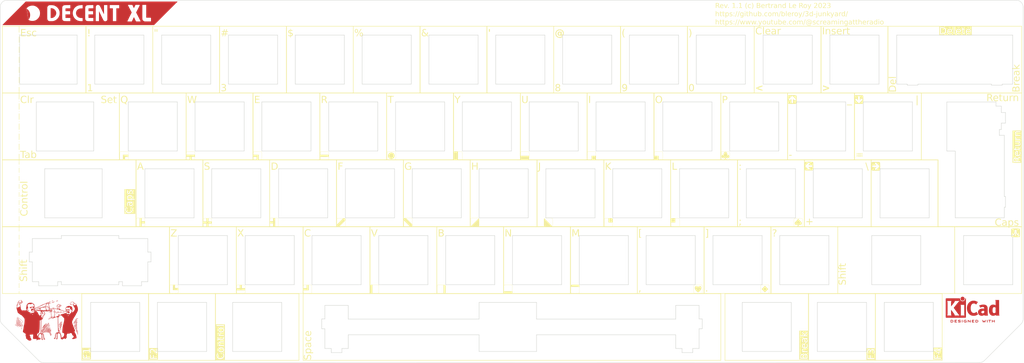
<source format=kicad_pcb>
(kicad_pcb (version 20221018) (generator pcbnew)
  (title_block (title "DecentXL plate") (date "2023-07-28") (rev "1.1") (company "Decent Consulting"))
  (layers (0 "F.Cu" signal) (31 "B.Cu" signal) (34 "B.Paste" user) (35 "F.Paste" user) (36 "B.SilkS" user "B.Silkscreen") (37 "F.SilkS" user "F.Silkscreen") (38 "B.Mask" user) (39 "F.Mask" user) (44 "Edge.Cuts" user))
  (net 0 "")
  (footprint "LOGO" (layer "F.Cu") (at 129.8944 84.6636)
    (fp_text reference "G***" hide)
    (fp_text value "LOGO" hide)
  )
  (footprint "DecentXL:MX-1-00U-Hole" (layer "F.Cu") (at 109.5375 95.4)
    (fp_text reference "SWX1" hide)
    (fp_text value "SW_Push_45deg" hide)
    (fp_line (start -7 -7) (end -7 7) (stroke (width 0.12)) (layer "Edge.Cuts"))
    (fp_line (start -7 -7) (end 7 -7) (stroke (width 0.12)) (layer "Edge.Cuts"))
    (fp_line (start -7 7) (end 7 7) (stroke (width 0.12)) (layer "Edge.Cuts"))
    (fp_line (start 7 -7) (end 7 7) (stroke (width 0.12)) (layer "Edge.Cuts"))
  )
  (footprint "DecentXL:MX-1-00U-Hole" (layer "F.Cu") (at 247.65 57.24)
    (fp_text reference "SWP1" hide)
    (fp_text value "SW_Push_45deg" hide)
    (fp_line (start -7 -7) (end -7 7) (stroke (width 0.12)) (layer "Edge.Cuts"))
    (fp_line (start -7 -7) (end 7 -7) (stroke (width 0.12)) (layer "Edge.Cuts"))
    (fp_line (start -7 7) (end 7 7) (stroke (width 0.12)) (layer "Edge.Cuts"))
    (fp_line (start 7 -7) (end 7 7) (stroke (width 0.12)) (layer "Edge.Cuts"))
  )
  (footprint "DecentXL:MX-1-00U-Hole" (layer "F.Cu") (at 84.534375 114.48)
    (fp_text reference "SWFn2" hide)
    (fp_text value "SW_Push_45deg" hide)
    (fp_line (start -7 -7) (end -7 7) (stroke (width 0.12)) (layer "Edge.Cuts"))
    (fp_line (start -7 -7) (end 7 -7) (stroke (width 0.12)) (layer "Edge.Cuts"))
    (fp_line (start -7 7) (end 7 7) (stroke (width 0.12)) (layer "Edge.Cuts"))
    (fp_line (start 7 -7) (end 7 7) (stroke (width 0.12)) (layer "Edge.Cuts"))
  )
  (footprint "LOGO" (layer "F.Cu") (at 225.1444 84.6636)
    (fp_text reference "G***" hide)
    (fp_text value "LOGO" hide)
  )
  (footprint "DecentXL:MX-1-00U-Hole" (layer "F.Cu") (at 257.175 38.16)
    (fp_text reference "SWLT1" hide)
    (fp_text value "SW_Push_45deg" hide)
    (fp_line (start -7 -7) (end -7 7) (stroke (width 0.12)) (layer "Edge.Cuts"))
    (fp_line (start -7 -7) (end 7 -7) (stroke (width 0.12)) (layer "Edge.Cuts"))
    (fp_line (start -7 7) (end 7 7) (stroke (width 0.12)) (layer "Edge.Cuts"))
    (fp_line (start 7 -7) (end 7 7) (stroke (width 0.12)) (layer "Edge.Cuts"))
  )
  (footprint "DecentXL:MX-1-00U-Hole" (layer "F.Cu") (at 252.4125 76.32)
    (fp_text reference "SWSemi1" hide)
    (fp_text value "SW_Push_45deg" hide)
    (fp_line (start -7 -7) (end -7 7) (stroke (width 0.12)) (layer "Edge.Cuts"))
    (fp_line (start -7 -7) (end 7 -7) (stroke (width 0.12)) (layer "Edge.Cuts"))
    (fp_line (start -7 7) (end 7 7) (stroke (width 0.12)) (layer "Edge.Cuts"))
    (fp_line (start 7 -7) (end 7 7) (stroke (width 0.12)) (layer "Edge.Cuts"))
  )
  (footprint "DecentXL:MX-1-00U-Hole" (layer "F.Cu") (at 176.2125 76.32)
    (fp_text reference "SWH1" hide)
    (fp_text value "SW_Push_45deg" hide)
    (fp_line (start -7 -7) (end -7 7) (stroke (width 0.12)) (layer "Edge.Cuts"))
    (fp_line (start -7 -7) (end 7 -7) (stroke (width 0.12)) (layer "Edge.Cuts"))
    (fp_line (start -7 7) (end 7 7) (stroke (width 0.12)) (layer "Edge.Cuts"))
    (fp_line (start 7 -7) (end 7 7) (stroke (width 0.12)) (layer "Edge.Cuts"))
  )
  (footprint "DecentXL:MX-1-00U-Hole" (layer "F.Cu") (at 128.5875 95.4)
    (fp_text reference "SWC1" hide)
    (fp_text value "SW_Push_45deg" hide)
    (fp_line (start -7 -7) (end -7 7) (stroke (width 0.12)) (layer "Edge.Cuts"))
    (fp_line (start -7 -7) (end 7 -7) (stroke (width 0.12)) (layer "Edge.Cuts"))
    (fp_line (start -7 7) (end 7 7) (stroke (width 0.12)) (layer "Edge.Cuts"))
    (fp_line (start 7 -7) (end 7 7) (stroke (width 0.12)) (layer "Edge.Cuts"))
  )
  (footprint "DecentXL:MX-1-00U-Hole" (layer "F.Cu") (at 90.4875 95.4)
    (fp_text reference "SWZ1" hide)
    (fp_text value "SW_Push_45deg" hide)
    (fp_line (start -7 -7) (end -7 7) (stroke (width 0.12)) (layer "Edge.Cuts"))
    (fp_line (start -7 -7) (end 7 -7) (stroke (width 0.12)) (layer "Edge.Cuts"))
    (fp_line (start -7 7) (end 7 7) (stroke (width 0.12)) (layer "Edge.Cuts"))
    (fp_line (start 7 -7) (end 7 7) (stroke (width 0.12)) (layer "Edge.Cuts"))
  )
  (footprint "DecentXL:MX-1-00U-Hole" (layer "F.Cu") (at 261.9375 95.4)
    (fp_text reference "SWSlash1" hide)
    (fp_text value "SW_Push_45deg" hide)
    (fp_line (start -7 -7) (end -7 7) (stroke (width 0.12)) (layer "Edge.Cuts"))
    (fp_line (start -7 -7) (end 7 -7) (stroke (width 0.12)) (layer "Edge.Cuts"))
    (fp_line (start -7 7) (end 7 7) (stroke (width 0.12)) (layer "Edge.Cuts"))
    (fp_line (start 7 -7) (end 7 7) (stroke (width 0.12)) (layer "Edge.Cuts"))
  )
  (footprint "LOGO" (layer "F.Cu") (at 86.9944 65.6136)
    (fp_text reference "G***" hide)
    (fp_text value "LOGO" hide)
  )
  (footprint "DecentXL:MX-1-00U-Hole" (layer "F.Cu") (at 195.2625 76.32)
    (fp_text reference "SWJ1" hide)
    (fp_text value "SW_Push_45deg" hide)
    (fp_line (start -7 -7) (end -7 7) (stroke (width 0.12)) (layer "Edge.Cuts"))
    (fp_line (start -7 -7) (end 7 -7) (stroke (width 0.12)) (layer "Edge.Cuts"))
    (fp_line (start -7 7) (end 7 7) (stroke (width 0.12)) (layer "Edge.Cuts"))
    (fp_line (start 7 -7) (end 7 7) (stroke (width 0.12)) (layer "Edge.Cuts"))
  )
  (footprint "DecentXL:MX-1-00U-Hole" (layer "F.Cu") (at 314.325 95.4)
    (fp_text reference "SWInv1" hide)
    (fp_text value "SW_Push_45deg" hide)
    (fp_line (start -7 -7) (end -7 7) (stroke (width 0.12)) (layer "Edge.Cuts"))
    (fp_line (start -7 -7) (end 7 -7) (stroke (width 0.12)) (layer "Edge.Cuts"))
    (fp_line (start -7 7) (end 7 7) (stroke (width 0.12)) (layer "Edge.Cuts"))
    (fp_line (start 7 -7) (end 7 7) (stroke (width 0.12)) (layer "Edge.Cuts"))
  )
  (footprint "DecentXL:MX-1-00U-Hole" (layer "F.Cu") (at 266.7 57.24)
    (fp_text reference "SWDash1" hide)
    (fp_text value "SW_Push_45deg" hide)
    (fp_line (start -7 -7) (end -7 7) (stroke (width 0.12)) (layer "Edge.Cuts"))
    (fp_line (start -7 -7) (end 7 -7) (stroke (width 0.12)) (layer "Edge.Cuts"))
    (fp_line (start -7 7) (end 7 7) (stroke (width 0.12)) (layer "Edge.Cuts"))
    (fp_line (start 7 -7) (end 7 7) (stroke (width 0.12)) (layer "Edge.Cuts"))
  )
  (footprint "DecentXL:MX-ISO-RETURN-Option-Hole" (layer "F.Cu") (at 311.94375 66.78)
    (fp_text reference "SWRet1" hide)
    (fp_text value "SWITCH" hide)
    (fp_line (start -9.3813 -16.525) (end 4.6187 -16.525) (stroke (width 0.12)) (layer "Edge.Cuts"))
    (fp_line (start -9.3813 -2.525) (end -9.3813 -16.525) (stroke (width 0.12)) (layer "Edge.Cuts"))
    (fp_line (start -7 -2.525) (end -9.3813 -2.525) (stroke (width 0.12)) (layer "Edge.Cuts"))
    (fp_line (start -7 16.525) (end -7 -2.525) (stroke (width 0.12)) (layer "Edge.Cuts"))
    (fp_line (start 4.6187 -16.525) (end 4.6187 -15.33) (stroke (width 0.12)) (layer "Edge.Cuts"))
    (fp_line (start 4.6187 -15.33) (end 6.1468 -15.33) (stroke (width 0.12)) (layer "Edge.Cuts"))
    (fp_line (start 5.588 -8.67) (end 5.588 -7) (stroke (width 0.12)) (layer "Edge.Cuts"))
    (fp_line (start 6.1468 -13.524) (end 6.1468 -15.33) (stroke (width 0.12)) (layer "Edge.Cuts"))
    (fp_line (start 6.1468 -13.524) (end 7.3152 -13.524) (stroke (width 0.12)) (layer "Edge.Cuts"))
    (fp_line (start 6.1468 -10.476) (end 7.3152 -10.476) (stroke (width 0.12)) (layer "Edge.Cuts"))
    (fp_line (start 6.1468 -8.67) (end 5.588 -8.67) (stroke (width 0.12)) (layer "Edge.Cuts"))
    (fp_line (start 6.1468 -8.67) (end 6.1468 -10.476) (stroke (width 0.12)) (layer "Edge.Cuts"))
    (fp_line (start 7 -7) (end 5.588 -7) (stroke (width 0.12)) (layer "Edge.Cuts"))
    (fp_line (start 7 10.476) (end 7 -7) (stroke (width 0.12)) (layer "Edge.Cuts"))
    (fp_line (start 7 10.476) (end 7.3152 10.476) (stroke (width 0.12)) (layer "Edge.Cuts"))
    (fp_line (start 7 13.524) (end 7 16.525) (stroke (width 0.12)) (layer "Edge.Cuts"))
    (fp_line (start 7 13.524) (end 7.3152 13.524) (stroke (width 0.12)) (layer "Edge.Cuts"))
    (fp_line (start 7 16.525) (end -7 16.525) (stroke (width 0.12)) (layer "Edge.Cuts"))
    (fp_line (start 7.3152 -10.476) (end 7.3152 -13.524) (stroke (width 0.12)) (layer "Edge.Cuts"))
    (fp_line (start 7.3152 10.476) (end 7.3152 13.524) (stroke (width 0.12)) (layer "Edge.Cuts"))
  )
  (footprint "Symbol:KiCad-Logo2_6mm_Copper" (layer "F.Cu") (at 309.8971 108.830634)
    (fp_text reference "REF**" hide)
    (fp_text value "KiCad-Logo2_6mm_Copper" hide)
  )
  (footprint "LOGO" (layer "F.Cu") (at 282.2944 68.6136 90)
    (fp_text reference "G***" hide)
    (fp_text value "LOGO" hide)
  )
  (footprint "DecentXL:MX-1-75U-Hole" (layer "F.Cu") (at 288.13125 95.4)
    (fp_text reference "SWRightSft1" hide)
    (fp_text value "SW_Push_45deg" hide)
    (fp_line (start -7 -7) (end -7 7) (stroke (width 0.12)) (layer "Edge.Cuts"))
    (fp_line (start -7 -7) (end 7 -7) (stroke (width 0.12)) (layer "Edge.Cuts"))
    (fp_line (start -7 7) (end 7 7) (stroke (width 0.12)) (layer "Edge.Cuts"))
    (fp_line (start 7 -7) (end 7 7) (stroke (width 0.12)) (layer "Edge.Cuts"))
  )
  (footprint "DecentXL:MX-1-00U-Hole" (layer "F.Cu") (at 100.0125 76.32)
    (fp_text reference "SWS1" hide)
    (fp_text value "SW_Push_45deg" hide)
    (fp_line (start -7 -7) (end -7 7) (stroke (width 0.12)) (layer "Edge.Cuts"))
    (fp_line (start -7 -7) (end 7 -7) (stroke (width 0.12)) (layer "Edge.Cuts"))
    (fp_line (start -7 7) (end 7 7) (stroke (width 0.12)) (layer "Edge.Cuts"))
    (fp_line (start 7 -7) (end 7 7) (stroke (width 0.12)) (layer "Edge.Cuts"))
  )
  (footprint "LOGO" (layer "F.Cu") (at 182.2444 65.6136)
    (fp_text reference "G***" hide)
    (fp_text value "LOGO" hide)
  )
  (footprint "LOGO" (layer "F.Cu") (at 139.4444 103.6636)
    (fp_text reference "G***" hide)
    (fp_text value "LOGO" hide)
  )
  (footprint "DecentXL:MX-1-50U-Hole" (layer "F.Cu") (at 52.3875 57.24)
    (fp_text reference "SWTab1" hide)
    (fp_text value "SW_Push_45deg" hide)
    (fp_line (start -9.38125 -7) (end -9.38125 7) (stroke (width 0.12)) (layer "Edge.Cuts"))
    (fp_line (start -9.38125 -7) (end 7 -7) (stroke (width 0.12)) (layer "Edge.Cuts"))
    (fp_line (start -9.38125 7) (end 7 7) (stroke (width 0.12)) (layer "Edge.Cuts"))
    (fp_line (start 7 -7) (end 7 7) (stroke (width 0.12)) (layer "Edge.Cuts"))
  )
  (footprint "DecentXL:MX-1-00U-Hole" (layer "F.Cu") (at 104.775 38.16)
    (fp_text reference "SW3" hide)
    (fp_text value "SW_Push_45deg" hide)
    (fp_line (start -7 -7) (end -7 7) (stroke (width 0.12)) (layer "Edge.Cuts"))
    (fp_line (start -7 -7) (end 7 -7) (stroke (width 0.12)) (layer "Edge.Cuts"))
    (fp_line (start -7 7) (end 7 7) (stroke (width 0.12)) (layer "Edge.Cuts"))
    (fp_line (start 7 -7) (end 7 7) (stroke (width 0.12)) (layer "Edge.Cuts"))
  )
  (footprint "DecentXL:MX-1-00U-Hole" (layer "F.Cu") (at 138.1125 76.32)
    (fp_text reference "SWF1" hide)
    (fp_text value "SW_Push_45deg" hide)
    (fp_line (start -7 -7) (end -7 7) (stroke (width 0.12)) (layer "Edge.Cuts"))
    (fp_line (start -7 -7) (end 7 -7) (stroke (width 0.12)) (layer "Edge.Cuts"))
    (fp_line (start -7 7) (end 7 7) (stroke (width 0.12)) (layer "Edge.Cuts"))
    (fp_line (start 7 -7) (end 7 7) (stroke (width 0.12)) (layer "Edge.Cuts"))
  )
  (footprint "LOGO" (layer "F.Cu") (at 258.4944 49.5636 180)
    (fp_text reference "G***" hide)
    (fp_text value "LOGO" hide)
  )
  (footprint "LOGO" (layer "F.Cu") (at 125.1444 65.6136)
    (fp_text reference "G***" hide)
    (fp_text value "LOGO" hide)
  )
  (footprint "LOGO" (layer "F.Cu") (at 67.9944 65.6136)
    (fp_text reference "G***" hide)
    (fp_text value "LOGO" hide)
  )
  (footprint "DecentXL:MX-1-00U-Hole" (layer "F.Cu") (at 171.45 57.24)
    (fp_text reference "SWY1" hide)
    (fp_text value "SW_Push_45deg" hide)
    (fp_line (start -7 -7) (end -7 7) (stroke (width 0.12)) (layer "Edge.Cuts"))
    (fp_line (start -7 -7) (end 7 -7) (stroke (width 0.12)) (layer "Edge.Cuts"))
    (fp_line (start -7 7) (end 7 7) (stroke (width 0.12)) (layer "Edge.Cuts"))
    (fp_line (start 7 -7) (end 7 7) (stroke (width 0.12)) (layer "Edge.Cuts"))
  )
  (footprint "LOGO" (layer "F.Cu") (at 239.4444 65.6136)
    (fp_text reference "G***" hide)
    (fp_text value "LOGO" hide)
  )
  (footprint "DecentXL:MX-1-00U-Hole" (layer "F.Cu") (at 133.35 57.24)
    (fp_text reference "SWR1" hide)
    (fp_text value "SW_Push_45deg" hide)
    (fp_line (start -7 -7) (end -7 7) (stroke (width 0.12)) (layer "Edge.Cuts"))
    (fp_line (start -7 -7) (end 7 -7) (stroke (width 0.12)) (layer "Edge.Cuts"))
    (fp_line (start -7 7) (end 7 7) (stroke (width 0.12)) (layer "Edge.Cuts"))
    (fp_line (start 7 -7) (end 7 7) (stroke (width 0.12)) (layer "Edge.Cuts"))
  )
  (footprint "DecentXL:MX-1-25U-Hole" (layer "F.Cu") (at 105.965625 114.48)
    (fp_text reference "SWCtl1" hide)
    (fp_text value "SW_Push_45deg" hide)
    (fp_line (start -7 -7) (end -7 7) (stroke (width 0.12)) (layer "Edge.Cuts"))
    (fp_line (start -7 -7) (end 7 -7) (stroke (width 0.12)) (layer "Edge.Cuts"))
    (fp_line (start -7 7) (end 7 7) (stroke (width 0.12)) (layer "Edge.Cuts"))
    (fp_line (start 7 -7) (end 7 7) (stroke (width 0.12)) (layer "Edge.Cuts"))
  )
  (footprint "LOGO" (layer "F.Cu") (at 260.1944 84.6636)
    (fp_text reference "G***" hide)
    (fp_text value "LOGO" hide)
  )
  (footprint "LOGO" (layer "F.Cu") (at 250.6944 103.6636)
    (fp_text reference "G***" hide)
    (fp_text value "LOGO" hide)
  )
  (footprint "LOGO" (layer "F.Cu") (at 206.0944 84.6636)
    (fp_text reference "G***" hide)
    (fp_text value "LOGO" hide)
  )
  (footprint "LOGO" (layer "F.Cu") (at 163.1944 65.6136)
    (fp_text reference "G***" hide)
    (fp_text value "LOGO" hide)
  )
  (footprint "DecentXL:MX-1-00U-Hole" (layer "F.Cu") (at 119.0625 76.32)
    (fp_text reference "SWD1" hide)
    (fp_text value "SW_Push_45deg" hide)
    (fp_line (start -7 -7) (end -7 7) (stroke (width 0.12)) (layer "Edge.Cuts"))
    (fp_line (start -7 -7) (end 7 -7) (stroke (width 0.12)) (layer "Edge.Cuts"))
    (fp_line (start -7 7) (end 7 7) (stroke (width 0.12)) (layer "Edge.Cuts"))
    (fp_line (start 7 -7) (end 7 7) (stroke (width 0.12)) (layer "Edge.Cuts"))
  )
  (footprint "DecentXL:MX-1-00U-Hole" (layer "F.Cu") (at 95.25 57.24)
    (fp_text reference "SWW1" hide)
    (fp_text value "SW_Push_45deg" hide)
    (fp_line (start -7 -7) (end -7 7) (stroke (width 0.12)) (layer "Edge.Cuts"))
    (fp_line (start -7 -7) (end 7 -7) (stroke (width 0.12)) (layer "Edge.Cuts"))
    (fp_line (start -7 7) (end 7 7) (stroke (width 0.12)) (layer "Edge.Cuts"))
    (fp_line (start 7 -7) (end 7 7) (stroke (width 0.12)) (layer "Edge.Cuts"))
  )
  (footprint "LOGO" (layer "F.Cu") (at 188.9444 84.6136)
    (fp_text reference "G***" hide)
    (fp_text value "LOGO" hide)
  )
  (footprint "LOGO" (layer "F.Cu") (at 177.4944 103.6636)
    (fp_text reference "G***" hide)
    (fp_text value "LOGO" hide)
  )
  (footprint "LOGO" (layer "F.Cu") (at 220.3944 65.6136)
    (fp_text reference "G***" hide)
    (fp_text value "LOGO" hide)
  )
  (footprint "LOGO" (layer "F.Cu") (at 158.4444 103.7136)
    (fp_text reference "G***" hide)
    (fp_text value "LOGO" hide)
  )
  (footprint "DecentXL:MX-1-00U-Hole" (layer "F.Cu") (at 190.5 57.24)
    (fp_text reference "SWU1" hide)
    (fp_text value "SW_Push_45deg" hide)
    (fp_line (start -7 -7) (end -7 7) (stroke (width 0.12)) (layer "Edge.Cuts"))
    (fp_line (start -7 -7) (end 7 -7) (stroke (width 0.12)) (layer "Edge.Cuts"))
    (fp_line (start -7 7) (end 7 7) (stroke (width 0.12)) (layer "Edge.Cuts"))
    (fp_line (start 7 -7) (end 7 7) (stroke (width 0.12)) (layer "Edge.Cuts"))
  )
  (footprint "DecentXL:MX-1-00U-Hole" (layer "F.Cu") (at 161.925 38.16)
    (fp_text reference "SW6" hide)
    (fp_text value "SW_Push_45deg" hide)
    (fp_line (start -7 -7) (end -7 7) (stroke (width 0.12)) (layer "Edge.Cuts"))
    (fp_line (start -7 -7) (end 7 -7) (stroke (width 0.12)) (layer "Edge.Cuts"))
    (fp_line (start -7 7) (end 7 7) (stroke (width 0.12)) (layer "Edge.Cuts"))
    (fp_line (start 7 -7) (end 7 7) (stroke (width 0.12)) (layer "Edge.Cuts"))
  )
  (footprint "DecentXL:MX-1-00U-Hole" (layer "F.Cu") (at 228.6 57.24)
    (fp_text reference "SWO1" hide)
    (fp_text value "SW_Push_45deg" hide)
    (fp_line (start -7 -7) (end -7 7) (stroke (width 0.12)) (layer "Edge.Cuts"))
    (fp_line (start -7 -7) (end 7 -7) (stroke (width 0.12)) (layer "Edge.Cuts"))
    (fp_line (start -7 7) (end 7 7) (stroke (width 0.12)) (layer "Edge.Cuts"))
    (fp_line (start 7 -7) (end 7 7) (stroke (width 0.12)) (layer "Edge.Cuts"))
  )
  (footprint "LOGO" (layer "F.Cu") (at 196.5944 103.6636)
    (fp_text reference "G***" hide)
    (fp_text value "LOGO" hide)
  )
  (footprint "DecentXL:MX-1-00U-Hole" (layer "F.Cu") (at 47.625 38.16)
    (fp_text reference "SWEsc1" hide)
    (fp_text value "SW_Push_45deg" hide)
    (fp_line (start -9.38125 -7) (end -9.38125 7) (stroke (width 0.12)) (layer "Edge.Cuts"))
    (fp_line (start -9.38125 -7) (end 7 -7) (stroke (width 0.12)) (layer "Edge.Cuts"))
    (fp_line (start -9.38125 7) (end 7 7) (stroke (width 0.12)) (layer "Edge.Cuts"))
    (fp_line (start 7 -7) (end 7 7) (stroke (width 0.12)) (layer "Edge.Cuts"))
  )
  (footprint "DecentXL:MX-1-00U-Hole" (layer "F.Cu") (at 271.4625 76.32)
    (fp_text reference "SWPlus1" hide)
    (fp_text value "SW_Push_45deg" hide)
    (fp_line (start -7 -7) (end -7 7) (stroke (width 0.12)) (layer "Edge.Cuts"))
    (fp_line (start -7 -7) (end 7 -7) (stroke (width 0.12)) (layer "Edge.Cuts"))
    (fp_line (start -7 7) (end 7 7) (stroke (width 0.12)) (layer "Edge.Cuts"))
    (fp_line (start 7 -7) (end 7 7) (stroke (width 0.12)) (layer "Edge.Cuts"))
  )
  (footprint "DecentXL:MX-1-00U-Hole" (layer "F.Cu") (at 200.025 38.16)
    (fp_text reference "SW8" hide)
    (fp_text value "SW_Push_45deg" hide)
    (fp_line (start -7 -7) (end -7 7) (stroke (width 0.12)) (layer "Edge.Cuts"))
    (fp_line (start -7 -7) (end 7 -7) (stroke (width 0.12)) (layer "Edge.Cuts"))
    (fp_line (start -7 7) (end 7 7) (stroke (width 0.12)) (layer "Edge.Cuts"))
    (fp_line (start 7 -7) (end 7 7) (stroke (width 0.12)) (layer "Edge.Cuts"))
  )
  (footprint "DecentXL:MX-1-00U-Hole" (layer "F.Cu") (at 180.975 38.16)
    (fp_text reference "SW7" hide)
    (fp_text value "SW_Push_45deg" hide)
    (fp_line (start -7 -7) (end -7 7) (stroke (width 0.12)) (layer "Edge.Cuts"))
    (fp_line (start -7 -7) (end 7 -7) (stroke (width 0.12)) (layer "Edge.Cuts"))
    (fp_line (start -7 7) (end 7 7) (stroke (width 0.12)) (layer "Edge.Cuts"))
    (fp_line (start 7 -7) (end 7 7) (stroke (width 0.12)) (layer "Edge.Cuts"))
  )
  (footprint "DecentXL:MX-1-00U-Hole" (layer "F.Cu") (at 76.2 57.24)
    (fp_text reference "SWQ1" hide)
    (fp_text value "SW_Push_45deg" hide)
    (fp_line (start -7 -7) (end -7 7) (stroke (width 0.12)) (layer "Edge.Cuts"))
    (fp_line (start -7 -7) (end 7 -7) (stroke (width 0.12)) (layer "Edge.Cuts"))
    (fp_line (start -7 7) (end 7 7) (stroke (width 0.12)) (layer "Edge.Cuts"))
    (fp_line (start 7 -7) (end 7 7) (stroke (width 0.12)) (layer "Edge.Cuts"))
  )
  (footprint "DecentXL:MX-1-75U-Hole" (layer "F.Cu") (at 54.76875 76.32)
    (fp_text reference "SWCtlCaps1" hide)
    (fp_text value "SW_Push_45deg" hide)
    (fp_line (start -9.38125 -7) (end -9.38125 7) (stroke (width 0.12)) (layer "Edge.Cuts"))
    (fp_line (start -9.38125 -7) (end 7 -7) (stroke (width 0.12)) (layer "Edge.Cuts"))
    (fp_line (start -9.38125 7) (end 7 7) (stroke (width 0.12)) (layer "Edge.Cuts"))
    (fp_line (start 7 -7) (end 7 7) (stroke (width 0.12)) (layer "Edge.Cuts"))
  )
  (footprint "LOGO" (layer "F.Cu") (at 101.2944 103.7136)
    (fp_text reference "G***" hide)
    (fp_text value "LOGO" hide)
  )
  (footprint "DecentXL:MX-2-25U-Hole" (layer "F.Cu") (at 59.53125 95.4)
    (fp_text reference "SWLeftSft1" hide)
    (fp_text value "SW_Push_45deg" hide)
    (fp_line (start -18.53565 -2.286) (end -18.53565 0.508) (stroke (width 0.12)) (layer "Edge.Cuts"))
    (fp_line (start -17.64925 -6.1468) (end -17.64925 -2.286) (stroke (width 0.12)) (layer "Edge.Cuts"))
    (fp_line (start -17.64925 -2.286) (end -18.53565 -2.286) (stroke (width 0.12)) (layer "Edge.Cuts"))
    (fp_line (start -17.64925 0.508) (end -18.53565 0.508) (stroke (width 0.12)) (layer "Edge.Cuts"))
    (fp_line (start -17.64925 0.508) (end -17.64925 6.1468) (stroke (width 0.12)) (layer "Edge.Cuts"))
    (fp_line (start -15.84325 6.1468) (end -17.64925 6.1468) (stroke (width 0.12)) (layer "Edge.Cuts"))
    (fp_line (start -15.84325 6.1468) (end -15.84325 7.3152) (stroke (width 0.12)) (layer "Edge.Cuts"))
    (fp_line (start -10.414 6.1468) (end -10.414 7.3152) (stroke (width 0.12)) (layer "Edge.Cuts"))
    (fp_line (start -10.414 7.3152) (end -15.84325 7.3152) (stroke (width 0.12)) (layer "Edge.Cuts"))
    (fp_line (start -9.38125 -7) (end -9.38125 -6.1468) (stroke (width 0.12)) (layer "Edge.Cuts"))
    (fp_line (start -9.38125 -7) (end 7 -7) (stroke (width 0.12)) (layer "Edge.Cuts"))
    (fp_line (start -9.38125 -6.1468) (end -17.64925 -6.1468) (stroke (width 0.12)) (layer "Edge.Cuts"))
    (fp_line (start -9.38125 6.1468) (end -10.414 6.1468) (stroke (width 0.12)) (layer "Edge.Cuts"))
    (fp_line (start -9.38125 7) (end -9.38125 6.1468) (stroke (width 0.12)) (layer "Edge.Cuts"))
    (fp_line (start -9.38125 7) (end 7 7) (stroke (width 0.12)) (layer "Edge.Cuts"))
    (fp_line (start 7 -7) (end 7 -6.1468) (stroke (width 0.12)) (layer "Edge.Cuts"))
    (fp_line (start 7 -6.1468) (end 15.268 -6.1468) (stroke (width 0.12)) (layer "Edge.Cuts"))
    (fp_line (start 7 6.1468) (end 8.03275 6.1468) (stroke (width 0.12)) (layer "Edge.Cuts"))
    (fp_line (start 7 7) (end 7 6.1468) (stroke (width 0.12)) (layer "Edge.Cuts"))
    (fp_line (start 8.03275 6.1468) (end 8.03275 7.3152) (stroke (width 0.12)) (layer "Edge.Cuts"))
    (fp_line (start 8.03275 7.3152) (end 13.462 7.3152) (stroke (width 0.12)) (layer "Edge.Cuts"))
    (fp_line (start 13.462 6.1468) (end 13.462 7.3152) (stroke (width 0.12)) (layer "Edge.Cuts"))
    (fp_line (start 13.462 6.1468) (end 15.268 6.1468) (stroke (width 0.12)) (layer "Edge.Cuts"))
    (fp_line (start 15.268 -6.1468) (end 15.268 -2.286) (stroke (width 0.12)) (layer "Edge.Cuts"))
    (fp_line (start 15.268 -2.286) (end 16.1544 -2.286) (stroke (width 0.12)) (layer "Edge.Cuts"))
    (fp_line (start 15.268 0.508) (end 15.268 6.1468) (stroke (width 0.12)) (layer "Edge.Cuts"))
    (fp_line (start 15.268 0.508) (end 16.1544 0.508) (stroke (width 0.12)) (layer "Edge.Cuts"))
    (fp_line (start 16.1544 -2.286) (end 16.1544 0.508) (stroke (width 0.12)) (layer "Edge.Cuts"))
  )
  (footprint "LOGO" (layer "F.Cu") (at 72.7444 84.6136)
    (fp_text reference "G***" hide)
    (fp_text value "LOGO" hide)
  )
  (footprint "DecentXL:MX-1-00U-Hole" (layer "F.Cu") (at 65.484375 114.48)
    (fp_text reference "SWFn1" hide)
    (fp_text value "SW_Push_45deg" hide)
    (fp_line (start -7 -7) (end -7 7) (stroke (width 0.12)) (layer "Edge.Cuts"))
    (fp_line (start -7 -7) (end 7 -7) (stroke (width 0.12)) (layer "Edge.Cuts"))
    (fp_line (start -7 7) (end 7 7) (stroke (width 0.12)) (layer "Edge.Cuts"))
    (fp_line (start 7 -7) (end 7 7) (stroke (width 0.12)) (layer "Edge.Cuts"))
  )
  (footprint "DecentXL:MX-1-00U-Hole" (layer "F.Cu") (at 291.703125 114.48)
    (fp_text reference "SWFn4" hide)
    (fp_text value "SW_Push_45deg" hide)
    (fp_line (start -7 -7) (end -7 7) (stroke (width 0.12)) (layer "Edge.Cuts"))
    (fp_line (start -7 -7) (end 7 -7) (stroke (width 0.12)) (layer "Edge.Cuts"))
    (fp_line (start -7 7) (end 7 7) (stroke (width 0.12)) (layer "Edge.Cuts"))
    (fp_line (start 7 -7) (end 7 7) (stroke (width 0.12)) (layer "Edge.Cuts"))
  )
  (footprint "DecentXL:MX-1-00U-Hole" (layer "F.Cu") (at 219.075 38.16)
    (fp_text reference "SW9" hide)
    (fp_text value "SW_Push_45deg" hide)
    (fp_line (start -7 -7) (end -7 7) (stroke (width 0.12)) (layer "Edge.Cuts"))
    (fp_line (start -7 -7) (end 7 -7) (stroke (width 0.12)) (layer "Edge.Cuts"))
    (fp_line (start -7 7) (end 7 7) (stroke (width 0.12)) (layer "Edge.Cuts"))
    (fp_line (start 7 -7) (end 7 7) (stroke (width 0.12)) (layer "Edge.Cuts"))
  )
  (footprint "DecentXL:MX-1-00U-Hole" (layer "F.Cu") (at 185.7375 95.4)
    (fp_text reference "SWN1" hide)
    (fp_text value "SW_Push_45deg" hide)
    (fp_line (start -7 -7) (end -7 7) (stroke (width 0.12)) (layer "Edge.Cuts"))
    (fp_line (start -7 -7) (end 7 -7) (stroke (width 0.12)) (layer "Edge.Cuts"))
    (fp_line (start -7 7) (end 7 7) (stroke (width 0.12)) (layer "Edge.Cuts"))
    (fp_line (start 7 -7) (end 7 7) (stroke (width 0.12)) (layer "Edge.Cuts"))
  )
  (footprint "LOGO" (layer "F.Cu") (at 201.2944 65.6136)
    (fp_text reference "G***" hide)
    (fp_text value "LOGO" hide)
  )
  (footprint "LOGO" (layer "F.Cu") (at 277.4944 49.5636)
    (fp_text reference "G***" hide)
    (fp_text value "LOGO" hide)
  )
  (footprint "LOGO" (layer "F.Cu") (at 58.304586 24.925786)
    (fp_text reference "G***" hide)
    (fp_text value "LOGO" hide)
  )
  (footprint "LOGO" (layer "F.Cu") (at 82.2444 103.6636)
    (fp_text reference "G***" hide)
    (fp_text value "LOGO" hide)
  )
  (footprint "DecentXL:MX-1-00U-Hole" (layer "F.Cu") (at 157.1625 76.32)
    (fp_text reference "SWG1" hide)
    (fp_text value "SW_Push_45deg" hide)
    (fp_line (start -7 -7) (end -7 7) (stroke (width 0.12)) (layer "Edge.Cuts"))
    (fp_line (start -7 -7) (end 7 -7) (stroke (width 0.12)) (layer "Edge.Cuts"))
    (fp_line (start -7 7) (end 7 7) (stroke (width 0.12)) (layer "Edge.Cuts"))
    (fp_line (start 7 -7) (end 7 7) (stroke (width 0.12)) (layer "Edge.Cuts"))
  )
  (footprint "DecentXL:MX-1-00U-Hole" (layer "F.Cu") (at 290.5125 76.32)
    (fp_text reference "SWStar1" hide)
    (fp_text value "SW_Push_45deg" hide)
    (fp_line (start -7 -7) (end -7 7) (stroke (width 0.12)) (layer "Edge.Cuts"))
    (fp_line (start -7 -7) (end 7 -7) (stroke (width 0.12)) (layer "Edge.Cuts"))
    (fp_line (start -7 7) (end 7 7) (stroke (width 0.12)) (layer "Edge.Cuts"))
    (fp_line (start 7 -7) (end 7 7) (stroke (width 0.12)) (layer "Edge.Cuts"))
  )
  (footprint "LOGO" (layer "F.Cu") (at 148.9444 84.6136)
    (fp_text reference "G***" hide)
    (fp_text value "LOGO" hide)
  )
  (footprint "DecentXL:MX-1-00U-Hole" (layer "F.Cu") (at 80.9625 76.32)
    (fp_text reference "SWA1" hide)
    (fp_text value "SW_Push_45deg" hide)
    (fp_line (start -7 -7) (end -7 7) (stroke (width 0.12)) (layer "Edge.Cuts"))
    (fp_line (start -7 -7) (end 7 -7) (stroke (width 0.12)) (layer "Edge.Cuts"))
    (fp_line (start -7 7) (end 7 7) (stroke (width 0.12)) (layer "Edge.Cuts"))
    (fp_line (start 7 -7) (end 7 7) (stroke (width 0.12)) (layer "Edge.Cuts"))
  )
  (footprint "DecentXL:MX-1-00U-Hole" (layer "F.Cu") (at 214.3125 76.32)
    (fp_text reference "SWK1" hide)
    (fp_text value "SW_Push_45deg" hide)
    (fp_line (start -7 -7) (end -7 7) (stroke (width 0.12)) (layer "Edge.Cuts"))
    (fp_line (start -7 -7) (end 7 -7) (stroke (width 0.12)) (layer "Edge.Cuts"))
    (fp_line (start -7 7) (end 7 7) (stroke (width 0.12)) (layer "Edge.Cuts"))
    (fp_line (start 7 -7) (end 7 7) (stroke (width 0.12)) (layer "Edge.Cuts"))
  )
  (footprint "DecentXL:MX-1-00U-Hole" (layer "F.Cu") (at 233.3625 76.32)
    (fp_text reference "SWL1" hide)
    (fp_text value "SW_Push_45deg" hide)
    (fp_line (start -7 -7) (end -7 7) (stroke (width 0.12)) (layer "Edge.Cuts"))
    (fp_line (start -7 -7) (end 7 -7) (stroke (width 0.12)) (layer "Edge.Cuts"))
    (fp_line (start -7 7) (end 7 7) (stroke (width 0.12)) (layer "Edge.Cuts"))
    (fp_line (start 7 -7) (end 7 7) (stroke (width 0.12)) (layer "Edge.Cuts"))
  )
  (footprint "DecentXL:MX-1-00U-Hole" (layer "F.Cu") (at 147.6375 95.4)
    (fp_text reference "SWV1" hide)
    (fp_text value "SW_Push_45deg" hide)
    (fp_line (start -7 -7) (end -7 7) (stroke (width 0.12)) (layer "Edge.Cuts"))
    (fp_line (start -7 -7) (end 7 -7) (stroke (width 0.12)) (layer "Edge.Cuts"))
    (fp_line (start -7 7) (end 7 7) (stroke (width 0.12)) (layer "Edge.Cuts"))
    (fp_line (start 7 -7) (end 7 7) (stroke (width 0.12)) (layer "Edge.Cuts"))
  )
  (footprint "DecentXL:MX-1-00U-Hole" (layer "F.Cu") (at 276.225 38.16)
    (fp_text reference "SWGT1" hide)
    (fp_text value "SW_Push_45deg" hide)
    (fp_line (start -7 -7) (end -7 7) (stroke (width 0.12)) (layer "Edge.Cuts"))
    (fp_line (start -7 -7) (end 7 -7) (stroke (width 0.12)) (layer "Edge.Cuts"))
    (fp_line (start -7 7) (end 7 7) (stroke (width 0.12)) (layer "Edge.Cuts"))
    (fp_line (start 7 -7) (end 7 7) (stroke (width 0.12)) (layer "Edge.Cuts"))
  )
  (footprint "DecentXL:MX-1-00U-Hole" (layer "F.Cu") (at 209.55 57.24)
    (fp_text reference "SWI1" hide)
    (fp_text value "SW_Push_45deg" hide)
    (fp_line (start -7 -7) (end -7 7) (stroke (width 0.12)) (layer "Edge.Cuts"))
    (fp_line (start -7 -7) (end 7 -7) (stroke (width 0.12)) (layer "Edge.Cuts"))
    (fp_line (start -7 7) (end 7 7) (stroke (width 0.12)) (layer "Edge.Cuts"))
    (fp_line (start 7 -7) (end 7 7) (stroke (width 0.12)) (layer "Edge.Cuts"))
  )
  (footprint "DecentXL:MX-1-00U-Hole" (layer "F.Cu") (at 114.3 57.24)
    (fp_text reference "SWE1" hide)
    (fp_text value "SW_Push_45deg" hide)
    (fp_line (start -7 -7) (end -7 7) (stroke (width 0.12)) (layer "Edge.Cuts"))
    (fp_line (start -7 -7) (end 7 -7) (stroke (width 0.12)) (layer "Edge.Cuts"))
    (fp_line (start -7 7) (end 7 7) (stroke (width 0.12)) (layer "Edge.Cuts"))
    (fp_line (start 7 -7) (end 7 7) (stroke (width 0.12)) (layer "Edge.Cuts"))
  )
  (footprint "DecentXL:MX-1-00U-Hole" (layer "F.Cu") (at 238.125 38.16)
    (fp_text reference "SW0" hide)
    (fp_text value "SW_Push_45deg" hide)
    (fp_line (start -7 -7) (end -7 7) (stroke (width 0.12)) (layer "Edge.Cuts"))
    (fp_line (start -7 -7) (end 7 -7) (stroke (width 0.12)) (layer "Edge.Cuts"))
    (fp_line (start -7 7) (end 7 7) (stroke (width 0.12)) (layer "Edge.Cuts"))
    (fp_line (start 7 -7) (end 7 7) (stroke (width 0.12)) (layer "Edge.Cuts"))
  )
  (footprint "DecentXL:MX-6-25U-Hole" (layer "F.Cu") (at 176.2125 114.48)
    (fp_text reference "SWSpc1" hide)
    (fp_text value "SW_Push_45deg" hide)
    (fp_line (start -51.83515 -2.286) (end -51.83515 0.508) (stroke (width 0.12)) (layer "Edge.Cuts"))
    (fp_line (start -50.94875 -6.1468) (end -50.94875 -2.286) (stroke (width 0.12)) (layer "Edge.Cuts"))
    (fp_line (start -50.94875 -2.286) (end -51.83515 -2.286) (stroke (width 0.12)) (layer "Edge.Cuts"))
    (fp_line (start -50.94875 0.508) (end -51.83515 0.508) (stroke (width 0.12)) (layer "Edge.Cuts"))
    (fp_line (start -50.94875 0.508) (end -50.94875 6.1468) (stroke (width 0.12)) (layer "Edge.Cuts"))
    (fp_line (start -49.14275 6.1468) (end -50.94875 6.1468) (stroke (width 0.12)) (layer "Edge.Cuts"))
    (fp_line (start -49.14275 6.1468) (end -49.14275 7.3152) (stroke (width 0.12)) (layer "Edge.Cuts"))
    (fp_line (start -46.09475 6.1468) (end -46.09475 7.3152) (stroke (width 0.12)) (layer "Edge.Cuts"))
    (fp_line (start -46.09475 7.3152) (end -49.14275 7.3152) (stroke (width 0.12)) (layer "Edge.Cuts"))
    (fp_line (start -44.28875 -6.1468) (end -50.94875 -6.1468) (stroke (width 0.12)) (layer "Edge.Cuts"))
    (fp_line (start -44.28875 -6.1468) (end -44.28875 -2.25) (stroke (width 0.12)) (layer "Edge.Cuts"))
    (fp_line (start -44.28875 -2.25) (end -7 -2.25) (stroke (width 0.12)) (layer "Edge.Cuts"))
    (fp_line (start -44.28875 2.25) (end -7 2.25) (stroke (width 0.12)) (layer "Edge.Cuts"))
    (fp_line (start -44.28875 6.1468) (end -46.09475 6.1468) (stroke (width 0.12)) (layer "Edge.Cuts"))
    (fp_line (start -44.28875 6.1468) (end -44.28875 2.25) (stroke (width 0.12)) (layer "Edge.Cuts"))
    (fp_line (start -7 -7) (end -7 -2.25) (stroke (width 0.12)) (layer "Edge.Cuts"))
    (fp_line (start -7 -7) (end 9.38125 -7) (stroke (width 0.12)) (layer "Edge.Cuts"))
    (fp_line (start -7 7) (end -7 2.25) (stroke (width 0.12)) (layer "Edge.Cuts"))
    (fp_line (start -7 7) (end 9.38125 7) (stroke (width 0.12)) (layer "Edge.Cuts"))
    (fp_line (start 9.38125 -7) (end 9.38125 -2.25) (stroke (width 0.12)) (layer "Edge.Cuts"))
    (fp_line (start 9.38125 7) (end 9.38125 2.25) (stroke (width 0.12)) (layer "Edge.Cuts"))
    (fp_line (start 49.05125 -6.1468) (end 49.05125 -2.25) (stroke (width 0.12)) (layer "Edge.Cuts"))
    (fp_line (start 49.05125 -6.1468) (end 55.71125 -6.1468) (stroke (width 0.12)) (layer "Edge.Cuts"))
    (fp_line (start 49.05125 -2.25) (end 9.38125 -2.25) (stroke (width 0.12)) (layer "Edge.Cuts"))
    (fp_line (start 49.05125 2.25) (end 9.38125 2.25) (stroke (width 0.12)) (layer "Edge.Cuts"))
    (fp_line (start 49.05125 6.1468) (end 49.05125 2.25) (stroke (width 0.12)) (layer "Edge.Cuts"))
    (fp_line (start 49.05125 6.1468) (end 50.85725 6.1468) (stroke (width 0.12)) (layer "Edge.Cuts"))
    (fp_line (start 50.85725 6.1468) (end 50.85725 7.3152) (stroke (width 0.12)) (layer "Edge.Cuts"))
    (fp_line (start 50.85725 7.3152) (end 53.90525 7.3152) (stroke (width 0.12)) (layer "Edge.Cuts"))
    (fp_line (start 53.90525 6.1468) (end 53.90525 7.3152) (stroke (width 0.12)) (layer "Edge.Cuts"))
    (fp_line (start 53.90525 6.1468) (end 55.71125 6.1468) (stroke (width 0.12)) (layer "Edge.Cuts"))
    (fp_line (start 55.71125 -6.1468) (end 55.71125 -2.286) (stroke (width 0.12)) (layer "Edge.Cuts"))
    (fp_line (start 55.71125 -2.286) (end 56.59765 -2.286) (stroke (width 0.12)) (layer "Edge.Cuts"))
    (fp_line (start 55.71125 0.508) (end 55.71125 6.1468) (stroke (width 0.12)) (layer "Edge.Cuts"))
    (fp_line (start 55.71125 0.508) (end 56.59765 0.508) (stroke (width 0.12)) (layer "Edge.Cuts"))
    (fp_line (start 56.59765 -2.286) (end 56.59765 0.508) (stroke (width 0.12)) (layer "Edge.Cuts"))
  )
  (footprint "DecentXL:MX-1-00U-Hole" (layer "F.Cu") (at 166.6875 95.4)
    (fp_text reference "SWB1" hide)
    (fp_text value "SW_Push_45deg" hide)
    (fp_line (start -7 -7) (end -7 7) (stroke (width 0.12)) (layer "Edge.Cuts"))
    (fp_line (start -7 -7) (end 7 -7) (stroke (width 0.12)) (layer "Edge.Cuts"))
    (fp_line (start -7 7) (end 7 7) (stroke (width 0.12)) (layer "Edge.Cuts"))
    (fp_line (start 7 -7) (end 7 7) (stroke (width 0.12)) (layer "Edge.Cuts"))
  )
  (footprint "MountingHole:MountingHole_2.2mm_M2" (layer "F.Cu") (at 87.1326 24.3678)
    (fp_text reference "REF**" hide)
    (fp_text value "MountingHole_2.2mm_M2" hide)
  )
  (footprint "DecentXL:MX-1-00U-Hole" (layer "F.Cu") (at 242.8875 95.4)
    (fp_text reference "SWPeriod1" hide)
    (fp_text value "SW_Push_45deg" hide)
    (fp_line (start -7 -7) (end -7 7) (stroke (width 0.12)) (layer "Edge.Cuts"))
    (fp_line (start -7 -7) (end 7 -7) (stroke (width 0.12)) (layer "Edge.Cuts"))
    (fp_line (start -7 7) (end 7 7) (stroke (width 0.12)) (layer "Edge.Cuts"))
    (fp_line (start 7 -7) (end 7 7) (stroke (width 0.12)) (layer "Edge.Cuts"))
  )
  (footprint "LOGO" (layer "F.Cu") (at 322.1444 87.6136)
    (fp_text reference "G***" hide)
    (fp_text value "LOGO" hide)
  )
  (footprint "LOGO" (layer "F.Cu") (at 167.9944 84.6136)
    (fp_text reference "G***" hide)
    (fp_text value "LOGO" hide)
  )
  (footprint "DecentXL:MX-1-00U-Hole" (layer "F.Cu") (at 142.875 38.16)
    (fp_text reference "SW5" hide)
    (fp_text value "SW_Push_45deg" hide)
    (fp_line (start -7 -7) (end -7 7) (stroke (width 0.12)) (layer "Edge.Cuts"))
    (fp_line (start -7 -7) (end 7 -7) (stroke (width 0.12)) (layer "Edge.Cuts"))
    (fp_line (start -7 7) (end 7 7) (stroke (width 0.12)) (layer "Edge.Cuts"))
    (fp_line (start 7 -7) (end 7 7) (stroke (width 0.12)) (layer "Edge.Cuts"))
  )
  (footprint "DecentXL:MX-1-00U-Hole" (layer "F.Cu") (at 123.825 38.16)
    (fp_text reference "SW4" hide)
    (fp_text value "SW_Push_45deg" hide)
    (fp_line (start -7 -7) (end -7 7) (stroke (width 0.12)) (layer "Edge.Cuts"))
    (fp_line (start -7 -7) (end 7 -7) (stroke (width 0.12)) (layer "Edge.Cuts"))
    (fp_line (start -7 7) (end 7 7) (stroke (width 0.12)) (layer "Edge.Cuts"))
    (fp_line (start 7 -7) (end 7 7) (stroke (width 0.12)) (layer "Edge.Cuts"))
  )
  (footprint "DecentXL:MX-1-00U-Hole" (layer "F.Cu") (at 85.725 38.16)
    (fp_text reference "SW2" hide)
    (fp_text value "SW_Push_45deg" hide)
    (fp_line (start -7 -7) (end -7 7) (stroke (width 0.12)) (layer "Edge.Cuts"))
    (fp_line (start -7 -7) (end 7 -7) (stroke (width 0.12)) (layer "Edge.Cuts"))
    (fp_line (start -7 7) (end 7 7) (stroke (width 0.12)) (layer "Edge.Cuts"))
    (fp_line (start 7 -7) (end 7 7) (stroke (width 0.12)) (layer "Edge.Cuts"))
  )
  (footprint "LOGO" (layer "F.Cu") (at 231.6444 103.6636)
    (fp_text reference "G***" hide)
    (fp_text value "LOGO" hide)
  )
  (footprint "LOGO" (layer "F.Cu") (at 263.2444 68.5636 -90)
    (fp_text reference "G***" hide)
    (fp_text value "LOGO" hide)
  )
  (footprint "DecentXL:MX-1-00U-Hole" (layer "F.Cu") (at 66.675 38.16)
    (fp_text reference "SW1" hide)
    (fp_text value "SW_Push_45deg" hide)
    (fp_line (start -7 -7) (end -7 7) (stroke (width 0.12)) (layer "Edge.Cuts"))
    (fp_line (start -7 -7) (end 7 -7) (stroke (width 0.12)) (layer "Edge.Cuts"))
    (fp_line (start -7 7) (end 7 7) (stroke (width 0.12)) (layer "Edge.Cuts"))
    (fp_line (start 7 -7) (end 7 7) (stroke (width 0.12)) (layer "Edge.Cuts"))
  )
  (footprint "LOGO" (layer "F.Cu") (at 106.0944 65.6136)
    (fp_text reference "G***" hide)
    (fp_text value "LOGO" hide)
  )
  (footprint "Library:ScreamingAtTheRadio" (layer "F.Cu") (at 46.038364 111.537387)
    (fp_text reference "G***" hide)
    (fp_text value "LOGO" hide)
  )
  (footprint "LOGO" (layer "F.Cu") (at 110.7944 84.6136)
    (fp_text reference "G***" hide)
    (fp_text value "LOGO" hide)
  )
  (footprint "LOGO" (layer "F.Cu") (at 144.1944 65.6136)
    (fp_text reference "G***" hide)
    (fp_text value "LOGO" hide)
  )
  (footprint "LOGO" (layer "F.Cu") (at 91.7944 84.6636)
    (fp_text reference "G***" hide)
    (fp_text value "LOGO" hide)
  )
  (footprint "MountingHole:MountingHole_2.2mm_M2" (layer "F.Cu") (at 283.997 24.3678)
    (fp_text reference "REF**" hide)
    (fp_text value "MountingHole_2.2mm_M2" hide)
  )
  (footprint "DecentXL:MX-1-25U-Hole" (layer "F.Cu") (at 251.221875 114.48)
    (fp_text reference "SWBrk1" hide)
    (fp_text value "SW_Push_45deg" hide)
    (fp_line (start -7 -7) (end -7 7) (stroke (width 0.12)) (layer "Edge.Cuts"))
    (fp_line (start -7 -7) (end 7 -7) (stroke (width 0.12)) (layer "Edge.Cuts"))
    (fp_line (start -7 7) (end 7 7) (stroke (width 0.12)) (layer "Edge.Cuts"))
    (fp_line (start 7 -7) (end 7 7) (stroke (width 0.12)) (layer "Edge.Cuts"))
  )
  (footprint "DecentXL:MX-1-00U-Hole" (layer "F.Cu") (at 204.7875 95.4)
    (fp_text reference "SWM1" hide)
    (fp_text value "SW_Push_45deg" hide)
    (fp_line (start -7 -7) (end -7 7) (stroke (width 0.12)) (layer "Edge.Cuts"))
    (fp_line (start -7 -7) (end 7 -7) (stroke (width 0.12)) (layer "Edge.Cuts"))
    (fp_line (start -7 7) (end 7 7) (stroke (width 0.12)) (layer "Edge.Cuts"))
    (fp_line (start 7 -7) (end 7 7) (stroke (width 0.12)) (layer "Edge.Cuts"))
  )
  (footprint "DecentXL:MX-1-00U-Hole" (layer "F.Cu") (at 152.4 57.24)
    (fp_text reference "SWT1" hide)
    (fp_text value "SW_Push_45deg" hide)
    (fp_line (start -7 -7) (end -7 7) (stroke (width 0.12)) (layer "Edge.Cuts"))
    (fp_line (start -7 -7) (end 7 -7) (stroke (width 0.12)) (layer "Edge.Cuts"))
    (fp_line (start -7 7) (end 7 7) (stroke (width 0.12)) (layer "Edge.Cuts"))
    (fp_line (start 7 -7) (end 7 7) (stroke (width 0.12)) (layer "Edge.Cuts"))
  )
  (footprint "LOGO" (layer "F.Cu") (at 120.3444 103.7136)
    (fp_text reference "G***" hide)
    (fp_text value "LOGO" hide)
  )
  (footprint "DecentXL:MX-2-00U-2x1.00U-Hole" (layer "F.Cu") (at 304.8 38.16)
    (fp_text reference "SWBrk2" hide)
    (fp_text value "SW_Push_45deg" hide)
    (fp_line (start -16.52 -7) (end -16.52 7) (stroke (width 0.12)) (layer "Edge.Cuts"))
    (fp_line (start -16.52 -7) (end 16.52 -7) (stroke (width 0.12)) (layer "Edge.Cuts"))
    (fp_line (start -16.52 7) (end -13.524 7) (stroke (width 0.12)) (layer "Edge.Cuts"))
    (fp_line (start -13.524 7) (end -13.524 7.3152) (stroke (width 0.12)) (layer "Edge.Cuts"))
    (fp_line (start -10.476 7) (end -10.476 7.3152) (stroke (width 0.12)) (layer "Edge.Cuts"))
    (fp_line (start -10.476 7) (end 10.476 7) (stroke (width 0.12)) (layer "Edge.Cuts"))
    (fp_line (start -10.476 7.3152) (end -13.524 7.3152) (stroke (width 0.12)) (layer "Edge.Cuts"))
    (fp_line (start 10.476 7) (end 10.476 7.3152) (stroke (width 0.12)) (layer "Edge.Cuts"))
    (fp_line (start 10.476 7.3152) (end 13.524 7.3152) (stroke (width 0.12)) (layer "Edge.Cuts"))
    (fp_line (start 13.524 7) (end 13.524 7.3152) (stroke (width 0.12)) (layer "Edge.Cuts"))
    (fp_line (start 13.524 7) (end 16.52 7) (stroke (width 0.12)) (layer "Edge.Cuts"))
    (fp_line (start 16.52 -7) (end 16.52 7) (stroke (width 0.12)) (layer "Edge.Cuts"))
  )
  (footprint "DecentXL:MX-1-00U-Hole" (layer "F.Cu") (at 285.75 57.24)
    (fp_text reference "SWEqual1" hide)
    (fp_text value "SW_Push_45deg" hide)
    (fp_line (start -7 -7) (end -7 7) (stroke (width 0.12)) (layer "Edge.Cuts"))
    (fp_line (start -7 -7) (end 7 -7) (stroke (width 0.12)) (layer "Edge.Cuts"))
    (fp_line (start -7 7) (end 7 7) (stroke (width 0.12)) (layer "Edge.Cuts"))
    (fp_line (start 7 -7) (end 7 7) (stroke (width 0.12)) (layer "Edge.Cuts"))
  )
  (footprint "DecentXL:MX-1-00U-Hole" (layer "F.Cu") (at 272.653125 114.48)
    (fp_text reference "SWFn3" hide)
    (fp_text value "SW_Push_45deg" hide)
    (fp_line (start -7 -7) (end -7 7) (stroke (width 0.12)) (layer "Edge.Cuts"))
    (fp_line (start -7 -7) (end 7 -7) (stroke (width 0.12)) (layer "Edge.Cuts"))
    (fp_line (start -7 7) (end 7 7) (stroke (width 0.12)) (layer "Edge.Cuts"))
    (fp_line (start 7 -7) (end 7 7) (stroke (width 0.12)) (layer "Edge.Cuts"))
  )
  (footprint "DecentXL:MX-1-00U-Hole" (layer "F.Cu") (at 223.8375 95.4)
    (fp_text reference "SWComma1" hide)
    (fp_text value "SW_Push_45deg" hide)
    (fp_line (start -7 -7) (end -7 7) (stroke (width 0.12)) (layer "Edge.Cuts"))
    (fp_line (start -7 -7) (end 7 -7) (stroke (width 0.12)) (layer "Edge.Cuts"))
    (fp_line (start -7 7) (end 7 7) (stroke (width 0.12)) (layer "Edge.Cuts"))
    (fp_line (start 7 -7) (end 7 7) (stroke (width 0.12)) (layer "Edge.Cuts"))
  )
  (gr_arc (start 322.3 21.2) (mid 323.714232 21.785775) (end 324.3 23.2) (stroke (width 0.1)) (layer "Edge.Cuts"))
  (gr_line (start 32.7019 112.25) (end 32.7019 23.2) (stroke (width 0.1)) (layer "Edge.Cuts"))
  (gr_arc (start 32.7019 23.2) (mid 33.287686 21.785786) (end 34.7019 21.2) (stroke (width 0.1)) (layer "Edge.Cuts"))
  (gr_line (start 33.2877 113.6642) (end 43.73295 124.1142) (stroke (width 0.1)) (layer "Edge.Cuts"))
  (gr_arc (start 324.3 112.2) (mid 324.147742 112.965358) (end 323.7142 113.6142) (stroke (width 0.1)) (layer "Edge.Cuts"))
  (gr_line (start 324.3 112.2) (end 324.3 23.2) (stroke (width 0.1)) (layer "Edge.Cuts"))
  (gr_arc (start 33.2877 113.6642) (mid 32.854159 113.015357) (end 32.7019 112.25) (stroke (width 0.1)) (layer "Edge.Cuts"))
  (gr_arc (start 313.26895 124.0642) (mid 312.620111 124.497739) (end 311.85475 124.65) (stroke (width 0.1)) (layer "Edge.Cuts"))
  (gr_line (start 311.85475 124.65) (end 45.14715 124.7) (stroke (width 0.1)) (layer "Edge.Cuts"))
  (gr_arc (start 45.14715 124.7) (mid 44.381774 124.547775) (end 43.73295 124.1142) (stroke (width 0.1)) (layer "Edge.Cuts"))
  (gr_line (start 323.7142 113.6142) (end 313.26895 124.0642) (stroke (width 0.1)) (layer "Edge.Cuts"))
  (gr_line (start 34.7019 21.2) (end 322.3 21.2) (stroke (width 0.1)) (layer "Edge.Cuts"))
  (gr_text "'" (at 171.7294 29.4986) (layer "F.SilkS") (effects (font (size 2 2) (thickness 0.4) bold) (justify left top)))
  (gr_text "]" (at 233.6419 86.6486) (layer "F.SilkS") (effects (font (size 2 2)) (justify left top)))
  (gr_text "Caps" (at 323.1 83.6) (layer "F.SilkS") (effects (font (size 2 2)) (justify right top)))
  (gr_text "+" (at 262.2169 85.6486) (layer "F.SilkS") (effects (font (size 2 2)) (justify left bottom)))
  (gr_text "Shift" (at 271.7419 102.616 90) (layer "F.SilkS") (effects (font (size 2 2)) (justify left top)))
  (gr_text "Y" (at 162.2044 48.5486) (layer "F.SilkS") (effects (font (size 2 2)) (justify left top)))
  (gr_text "Control" (at 95.6564 123.8088 90) (layer "F.SilkS" knockout) (effects (font (size 2 2)) (justify left)))
  (gr_text "Caps" (at 69.6 82.1342 90) (layer "F.SilkS" knockout) (effects (font (size 2 2)) (justify left)))
  (gr_text "Delete" (at 300.355 30.099) (layer "F.SilkS" knockout) (effects (font (size 2 2)) (justify left)))
  (gr_text "F3" (at 281.104586 123.925786 90) (layer "F.SilkS" knockout) (effects (font (size 2 2)) (justify left)))
  (gr_text "?" (at 252.6919 86.6486) (layer "F.SilkS") (effects (font (size 2 2)) (justify left top)))
  (gr_text "Q" (at 66.9544 48.5486) (layer "F.SilkS") (effects (font (size 2 2)) (justify left top)))
  (gr_text ")" (at 228.8794 29.4986) (layer "F.SilkS") (effects (font (size 2 2)) (justify left top)))
  (gr_text "&" (at 152.6794 29.4986) (layer "F.SilkS") (effects (font (size 2 2)) (justify left top)))
  (gr_text "X" (at 100.2919 86.6486) (layer "F.SilkS") (effects (font (size 2 2)) (justify left top)))
  (gr_text "#" (at 95.5294 29.4986) (layer "F.SilkS") (effects (font (size 2 2)) (justify left top)))
  (gr_text "M" (at 195.5419 86.6486) (layer "F.SilkS") (effects (font (size 2 2)) (justify left top)))
  (gr_text "_" (at 275.5044 48.5486) (layer "F.SilkS") (effects (font (size 2 2)) (justify right top)))
  (gr_text "Return" (at 323.1 48) (layer "F.SilkS") (effects (font (size 2 2)) (justify right top)))
  (gr_text "Control" (at 39.6438 82.909 90) (layer "F.SilkS") (effects (font (size 2 2)) (justify left)))
  (gr_text "9" (at 209.8294 46.357975) (layer "F.SilkS") (effects (font (size 2 2)) (justify left)))
  (gr_text "Insert" (at 266.954 28.956) (layer "F.SilkS") (effects (font (size 2 2)) (justify left top)))
  (gr_text "Tab" (at 38.3794 66.5986) (layer "F.SilkS") (effects (font (size 2 2)) (justify left bottom)))
  (gr_text ">" (at 266.954 46.355) (layer "F.SilkS") (effects (font (size 2 2) (thickness 0.4) bold) (justify left)))
  (gr_text ":" (at 243.1669 67.5986) (layer "F.SilkS") (effects (font (size 2 2)) (justify left top)))
  (gr_text "F2" (at 76.6318 123.8342 90) (layer "F.SilkS" knockout) (effects (font (size 2 2)) (justify left)))
  (gr_text "R" (at 124.1044 48.5486) (layer "F.SilkS") (effects (font (size 2 2)) (justify left top)))
  (gr_text "Shift" (at 38.354 101.5838 90) (layer "F.SilkS") (effects (font (size 2 2)) (justify left top)))
  (gr_text "|" (at 294.5544 48.5486) (layer "F.SilkS") (effects (font (size 2 2)) (justify right top)))
  (gr_text "B" (at 157.4419 86.6486) (layer "F.SilkS") (effects (font (size 2 2)) (justify left top)))
  (gr_text "G" (at 147.9169 67.5986) (layer "F.SilkS") (effects (font (size 2 2)) (justify left top)))
  (gr_text "Clear" (at 247.9294 28.956) (layer "F.SilkS") (effects (font (size 2 2)) (justify left top)))
  (gr_text "1" (at 57.4294 46.357975) (layer "F.SilkS") (effects (font (size 2 2)) (justify left)))
  (gr_text "J" (at 186.0169 67.5986) (layer "F.SilkS") (effects (font (size 2 2)) (justify left top)))
  (gr_text "V" (at 138.3919 86.6486) (layer "F.SilkS") (effects (font (size 2 2)) (justify left top)))
  (gr_text ";" (at 243.1669 85.6486) (layer "F.SilkS") (effects (font (size 2 2)) (justify left bottom)))
  (gr_text "W" (at 86.0044 48.5486) (layer "F.SilkS") (effects (font (size 2 2)) (justify left top)))
  (gr_text "Esc" (at 38.3794 29.4986) (layer "F.SilkS") (effects (font (size 2 2)) (justify left top)))
  (gr_text "A" (at 71.7169 67.5986) (layer "F.SilkS") (effects (font (size 2 2)) (justify left top)))
  (gr_text "." (at 233.6419 104.6986) (layer "F.SilkS") (effects (font (size 2 2)) (justify left bottom)))
  (gr_text "-" (at 257.4544 66.5986) (layer "F.SilkS") (effects (font (size 2 2)) (justify left bottom)))
  (gr_text "=" (at 276.5044 66.5986) (layer "F.SilkS") (effects (font (size 2 2)) (justify left bottom)))
  (gr_text "{dblquote}" (at 76.4794 29.4986) (layer "F.SilkS") (effects (font (size 2 2)) (justify left top)))
  (gr_text "[" (at 214.5919 86.6486) (layer "F.SilkS") (effects (font (size 2 2)) (justify left top)))
  (gr_text "!" (at 57.4294 29.4986) (layer "F.SilkS") (effects (font (size 2 2)) (justify left top)))
  (gr_text "F1" (at 57.531 123.7834 90) (layer "F.SilkS" knockout) (effects (font (size 2 2)) (justify left)))
  (gr_text "L" (at 224.1169 67.5986) (layer "F.SilkS") (effects (font (size 2 2)) (justify left top)))
  (gr_text "(" (at 209.8294 29.4986) (layer "F.SilkS") (effects (font (size 2 2)) (justify left top)))
  (gr_text "H" (at 166.9669 67.5986) (layer "F.SilkS") (effects (font (size 2 2)) (justify left top)))
  (gr_text "," (at 214.5919 104.6986) (layer "F.SilkS") (effects (font (size 2 2)) (justify left bottom)))
  (gr_text "Break" (at 322.438775 47.5486 90) (layer "F.SilkS") (effects (font (size 2 2)) (justify left)))
  (gr_text "C" (at 119.3419 86.6486) (layer "F.SilkS") (effects (font (size 2 2)) (justify left top)))
  (gr_text "D" (at 109.8169 67.5986) (layer "F.SilkS") (effects (font (size 2 2)) (justify left top)))
  (gr_text "8" (at 190.7794 46.357975) (layer "F.SilkS") (effects (font (size 2 2)) (justify left)))
  (gr_text "F4" (at 300.104586 123.825786 90) (layer "F.SilkS" knockout) (effects (font (size 2 2)) (justify left)))
  (gr_text "Rev. 1.1 (c) Bertrand Le Roy 2023\nhttps://github.com/bleroy/3d-junkyard/\nhttps://www.youtube.com/@screamingattheradio" (at 236.5 25.2) (layer "F.SilkS") (effects (font (size 1.4 1.4)) (justify left)))
  (gr_text "Del" (at 287.220025 47.5486 90) (layer "F.SilkS") (effects (font (size 2 2)) (justify left)))
  (gr_text "3" (at 95.5294 46.357975) (layer "F.SilkS") (effects (font (size 2 2)) (justify left)))
  (gr_text "Space" (at 120.5 124.005 90) (layer "F.SilkS") (effects (font (size 2 2)) (justify left)))
  (gr_text "Return" (at 322.7 67.6816 90) (layer "F.SilkS" knockout) (effects (font (size 2 2)) (justify left)))
  (gr_text "K" (at 205.0669 67.5986) (layer "F.SilkS") (effects (font (size 2 2)) (justify left top)))
  (gr_text "I" (at 200.3044 48.5486) (layer "F.SilkS") (effects (font (size 2 2)) (justify left top)))
  (gr_text "@" (at 190.7794 29.4986) (layer "F.SilkS") (effects (font (size 2 2) (thickness 0.4) bold) (justify left top)))
  (gr_text "Break" (at 262.004586 123.825786 90) (layer "F.SilkS" knockout) (effects (font (size 2 2)) (justify left)))
  (gr_text "\\" (at 280.2669 67.5986) (layer "F.SilkS") (effects (font (size 2 2)) (justify right top)))
  (gr_text "$" (at 114.5794 29.4986) (layer "F.SilkS") (effects (font (size 2 2)) (justify left top)))
  (gr_text "Z" (at 81.2419 86.6486) (layer "F.SilkS") (effects (font (size 2 2)) (justify left top)))
  (gr_text "Clr" (at 38.3794 48.5486) (layer "F.SilkS") (effects (font (size 2 2)) (justify left top)))
  (gr_text "S" (at 90.7669 67.5986) (layer "F.SilkS") (effects (font (size 2 2)) (justify left top)))
  (gr_text "P" (at 238.4044 48.5486) (layer "F.SilkS") (effects (font (size 2 2)) (justify left top)))
  (gr_text "E" (at 105.0544 48.5486) (layer "F.SilkS") (effects (font (size 2 2)) (justify left top)))
  (gr_text "F" (at 128.8669 67.5986) (layer "F.SilkS") (effects (font (size 2 2)) (justify left top)))
  (gr_text "U" (at 181.2544 48.5486) (layer "F.SilkS") (effects (font (size 2 2)) (justify left top)))
  (gr_text "%" (at 133.6294 29.4986) (layer "F.SilkS") (effects (font (size 2 2)) (justify left top)))
  (gr_text "<" (at 247.9294 46.357975) (layer "F.SilkS") (effects (font (size 2 2) (thickness 0.4) bold) (justify left)))
  (gr_text "0" (at 228.8794 46.357975) (layer "F.SilkS") (effects (font (size 2 2)) (justify left)))
  (gr_text "O" (at 219.3544 48.5486) (layer "F.SilkS") (effects (font (size 2 2)) (justify left top)))
  (gr_text "Set" (at 65.9544 48.5486) (layer "F.SilkS") (effects (font (size 2 2)) (justify right top)))
  (gr_text "N" (at 176.4919 86.6486) (layer "F.SilkS") (effects (font (size 2 2)) (justify left top)))
  (gr_text "T" (at 143.1544 48.5486) (layer "F.SilkS") (effects (font (size 2 2)) (justify left top)))
)
</source>
